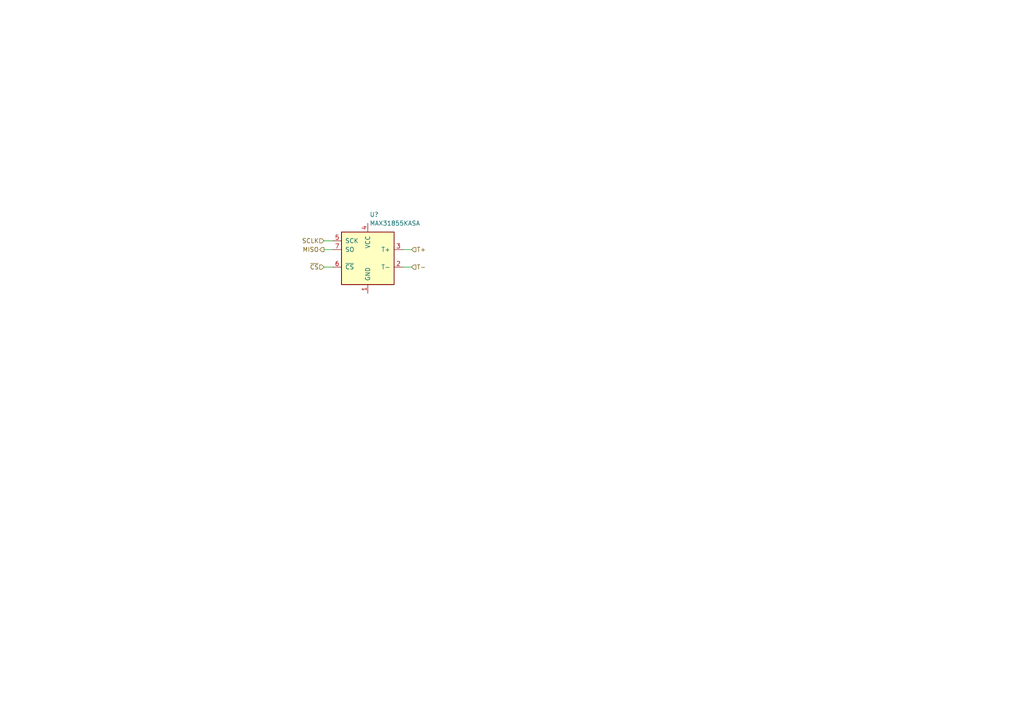
<source format=kicad_sch>
(kicad_sch (version 20211123) (generator eeschema)
  (paper "A4")
  (lib_symbols
    (symbol "Strix:MAX31855KASA" (pin_names (offset 1.016))
      (property "Reference" "U" (at -7.62 8.89 0))
      (property "Value" "MAX31855KASA" (at 1.27 8.89 0))
      (symbol "MAX31855KASA_0_1"
        (rectangle (start -7.62 7.62) (end 7.62 -7.62) (stroke (width 0.254)) (fill (type background)))
      )
      (symbol "MAX31855KASA_1_1"
        (pin power_in line (at 0 -10.16 90) (length 2.54) (name "GND") (number "1"))
        (pin passive line (at -10.16 -2.54 0) (length 2.54) (name "T-") (number "2"))
        (pin passive line (at -10.16 2.54 0) (length 2.54) (name "T+") (number "3"))
        (pin power_in line (at 0 10.16 270) (length 2.54) (name "VCC") (number "4"))
        (pin input line (at 10.16 5.08 180) (length 2.54) (name "SCK") (number "5"))
        (pin input line (at 10.16 -2.54 180) (length 2.54) (name "~{CS}") (number "6"))
        (pin tri_state line (at 10.16 2.54 180) (length 2.54) (name "SO") (number "7"))
      )
    )
  )
  (wire (pts (xy 116.84 77.47) (xy 119.38 77.47)))
  (wire (pts (xy 116.84 72.39) (xy 119.38 72.39)))
  (wire (pts (xy 93.98 69.85) (xy 96.52 69.85)))
  (wire (pts (xy 93.98 72.39) (xy 96.52 72.39)))
  (wire (pts (xy 93.98 77.47) (xy 96.52 77.47)))
  (hierarchical_label "~{CS}" (shape input) (at 93.98 77.47 180))
  (hierarchical_label "MISO" (shape output) (at 93.98 72.39 180))
  (hierarchical_label "SCLK" (shape input) (at 93.98 69.85 180))
  (hierarchical_label "T+" (shape input) (at 119.38 72.39 0))
  (hierarchical_label "T-" (shape input) (at 119.38 77.47 0))
  (symbol (lib_id "Strix:MAX31855KASA") (at 106.68 74.93 0) (mirror y) (unit 1)
    (property "Reference" "U?" (at 107.2006 62.23 0) (effects (justify right)))
    (property "Value" "MAX31855KASA" (at 107.2006 64.77 0) (effects (justify right)))
    (property "Footprint" "Package_SO:SOIC-8_3.9x4.9mm_P1.27mm" (effects hide))
    (property "Datasheet" "http://datasheets.maximintegrated.com/en/ds/MAX31855.pdf" (effects hide))
  )
)
</source>
